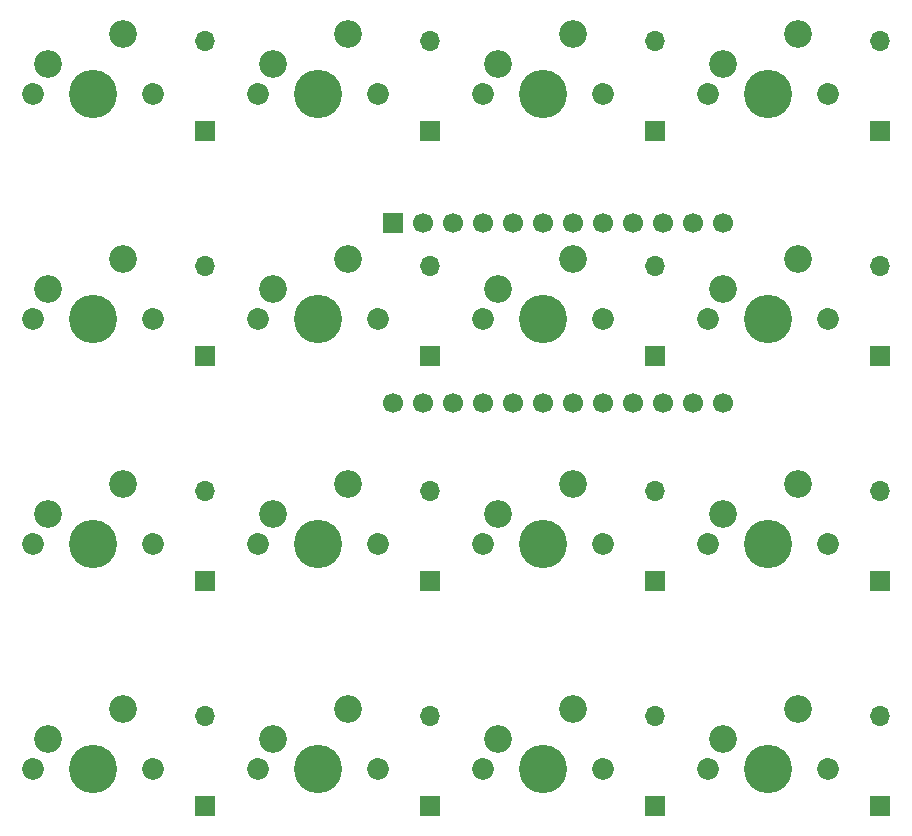
<source format=gbr>
%TF.GenerationSoftware,KiCad,Pcbnew,(5.1.6)-1*%
%TF.CreationDate,2020-05-26T13:33:24-05:00*%
%TF.ProjectId,cerkit16,6365726b-6974-4313-962e-6b696361645f,rev?*%
%TF.SameCoordinates,Original*%
%TF.FileFunction,Soldermask,Bot*%
%TF.FilePolarity,Negative*%
%FSLAX46Y46*%
G04 Gerber Fmt 4.6, Leading zero omitted, Abs format (unit mm)*
G04 Created by KiCad (PCBNEW (5.1.6)-1) date 2020-05-26 13:33:24*
%MOMM*%
%LPD*%
G01*
G04 APERTURE LIST*
%ADD10C,1.700000*%
%ADD11R,1.700000X1.700000*%
%ADD12C,2.350000*%
%ADD13C,4.087800*%
%ADD14C,1.850000*%
%ADD15O,1.700000X1.700000*%
G04 APERTURE END LIST*
D10*
%TO.C,U1*%
X74612500Y-67468750D03*
X77152500Y-67468750D03*
X79692500Y-67468750D03*
X82232500Y-67468750D03*
X84772500Y-67468750D03*
X87312500Y-67468750D03*
X89852500Y-67468750D03*
X92392500Y-67468750D03*
X94932500Y-67468750D03*
X97472500Y-67468750D03*
X100012500Y-67468750D03*
X102552500Y-67468750D03*
X102552500Y-52228750D03*
X100012500Y-52228750D03*
X97472500Y-52228750D03*
X94932500Y-52228750D03*
X92392500Y-52228750D03*
X89852500Y-52228750D03*
X87312500Y-52228750D03*
X84772500Y-52228750D03*
X82232500Y-52228750D03*
X79692500Y-52228750D03*
X77152500Y-52228750D03*
D11*
X74612500Y-52228750D03*
%TD*%
D12*
%TO.C,MX16*%
X108902500Y-93345000D03*
D13*
X106362500Y-98425000D03*
D12*
X102552500Y-95885000D03*
D14*
X101282500Y-98425000D03*
X111442500Y-98425000D03*
%TD*%
D12*
%TO.C,MX15*%
X89852500Y-93345000D03*
D13*
X87312500Y-98425000D03*
D12*
X83502500Y-95885000D03*
D14*
X82232500Y-98425000D03*
X92392500Y-98425000D03*
%TD*%
D12*
%TO.C,MX14*%
X70802500Y-93345000D03*
D13*
X68262500Y-98425000D03*
D12*
X64452500Y-95885000D03*
D14*
X63182500Y-98425000D03*
X73342500Y-98425000D03*
%TD*%
D12*
%TO.C,MX13*%
X51752500Y-93345000D03*
D13*
X49212500Y-98425000D03*
D12*
X45402500Y-95885000D03*
D14*
X44132500Y-98425000D03*
X54292500Y-98425000D03*
%TD*%
D12*
%TO.C,MX12*%
X108902500Y-74295000D03*
D13*
X106362500Y-79375000D03*
D12*
X102552500Y-76835000D03*
D14*
X101282500Y-79375000D03*
X111442500Y-79375000D03*
%TD*%
D12*
%TO.C,MX11*%
X89852500Y-74295000D03*
D13*
X87312500Y-79375000D03*
D12*
X83502500Y-76835000D03*
D14*
X82232500Y-79375000D03*
X92392500Y-79375000D03*
%TD*%
D12*
%TO.C,MX10*%
X70802500Y-74295000D03*
D13*
X68262500Y-79375000D03*
D12*
X64452500Y-76835000D03*
D14*
X63182500Y-79375000D03*
X73342500Y-79375000D03*
%TD*%
D12*
%TO.C,MX9*%
X51752500Y-74295000D03*
D13*
X49212500Y-79375000D03*
D12*
X45402500Y-76835000D03*
D14*
X44132500Y-79375000D03*
X54292500Y-79375000D03*
%TD*%
D12*
%TO.C,MX8*%
X108902500Y-55245000D03*
D13*
X106362500Y-60325000D03*
D12*
X102552500Y-57785000D03*
D14*
X101282500Y-60325000D03*
X111442500Y-60325000D03*
%TD*%
D12*
%TO.C,MX7*%
X89852500Y-55245000D03*
D13*
X87312500Y-60325000D03*
D12*
X83502500Y-57785000D03*
D14*
X82232500Y-60325000D03*
X92392500Y-60325000D03*
%TD*%
D12*
%TO.C,MX6*%
X70802500Y-55245000D03*
D13*
X68262500Y-60325000D03*
D12*
X64452500Y-57785000D03*
D14*
X63182500Y-60325000D03*
X73342500Y-60325000D03*
%TD*%
D12*
%TO.C,MX5*%
X51752500Y-55245000D03*
D13*
X49212500Y-60325000D03*
D12*
X45402500Y-57785000D03*
D14*
X44132500Y-60325000D03*
X54292500Y-60325000D03*
%TD*%
D12*
%TO.C,MX4*%
X108902500Y-36195000D03*
D13*
X106362500Y-41275000D03*
D12*
X102552500Y-38735000D03*
D14*
X101282500Y-41275000D03*
X111442500Y-41275000D03*
%TD*%
D12*
%TO.C,MX3*%
X89852500Y-36195000D03*
D13*
X87312500Y-41275000D03*
D12*
X83502500Y-38735000D03*
D14*
X82232500Y-41275000D03*
X92392500Y-41275000D03*
%TD*%
D12*
%TO.C,MX2*%
X70802500Y-36195000D03*
D13*
X68262500Y-41275000D03*
D12*
X64452500Y-38735000D03*
D14*
X63182500Y-41275000D03*
X73342500Y-41275000D03*
%TD*%
D12*
%TO.C,MX1*%
X51752500Y-36195000D03*
D13*
X49212500Y-41275000D03*
D12*
X45402500Y-38735000D03*
D14*
X44132500Y-41275000D03*
X54292500Y-41275000D03*
%TD*%
D15*
%TO.C,D16*%
X115887500Y-93980000D03*
D11*
X115887500Y-101600000D03*
%TD*%
D15*
%TO.C,D15*%
X96837500Y-93980000D03*
D11*
X96837500Y-101600000D03*
%TD*%
D15*
%TO.C,D14*%
X77787500Y-93980000D03*
D11*
X77787500Y-101600000D03*
%TD*%
D15*
%TO.C,D13*%
X58737500Y-93980000D03*
D11*
X58737500Y-101600000D03*
%TD*%
D15*
%TO.C,D12*%
X115887500Y-74930000D03*
D11*
X115887500Y-82550000D03*
%TD*%
D15*
%TO.C,D11*%
X96837500Y-74930000D03*
D11*
X96837500Y-82550000D03*
%TD*%
D15*
%TO.C,D10*%
X77787500Y-74930000D03*
D11*
X77787500Y-82550000D03*
%TD*%
D15*
%TO.C,D9*%
X58737500Y-74930000D03*
D11*
X58737500Y-82550000D03*
%TD*%
D15*
%TO.C,D8*%
X115887500Y-55880000D03*
D11*
X115887500Y-63500000D03*
%TD*%
D15*
%TO.C,D7*%
X96837500Y-55880000D03*
D11*
X96837500Y-63500000D03*
%TD*%
D15*
%TO.C,D6*%
X77787500Y-55880000D03*
D11*
X77787500Y-63500000D03*
%TD*%
D15*
%TO.C,D5*%
X58737500Y-55880000D03*
D11*
X58737500Y-63500000D03*
%TD*%
D15*
%TO.C,D4*%
X115887500Y-36830000D03*
D11*
X115887500Y-44450000D03*
%TD*%
D15*
%TO.C,D3*%
X96837500Y-36830000D03*
D11*
X96837500Y-44450000D03*
%TD*%
D15*
%TO.C,D2*%
X77787500Y-36830000D03*
D11*
X77787500Y-44450000D03*
%TD*%
D15*
%TO.C,D1*%
X58737500Y-36830000D03*
D11*
X58737500Y-44450000D03*
%TD*%
M02*

</source>
